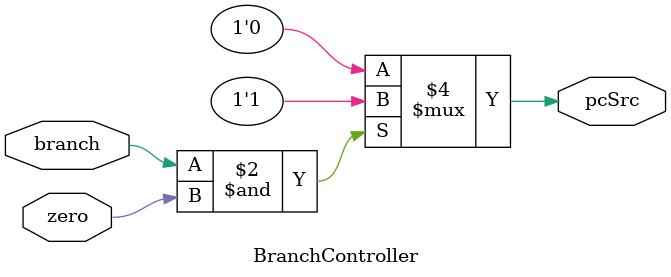
<source format=v>
module BranchController (branch, zero, pcSrc);
    input branch, zero;
    output pcSrc;
    reg pcSrc;

    always @(branch or zero) begin
        pcSrc = 1'b0;

        if (branch & zero)
            pcSrc = 1'b1;
    end
endmodule

</source>
